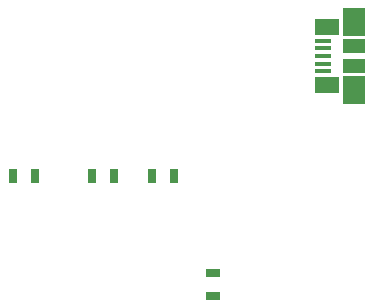
<source format=gtp>
G04 #@! TF.GenerationSoftware,KiCad,Pcbnew,(2017-04-12 revision 02abf1804)-makepkg*
G04 #@! TF.CreationDate,2017-04-26T22:03:17+03:00*
G04 #@! TF.ProjectId,vbb,7662622E6B696361645F706362000000,rev?*
G04 #@! TF.FileFunction,Paste,Top*
G04 #@! TF.FilePolarity,Positive*
%FSLAX46Y46*%
G04 Gerber Fmt 4.6, Leading zero omitted, Abs format (unit mm)*
G04 Created by KiCad (PCBNEW (2017-04-12 revision 02abf1804)-makepkg) date 04/26/17 22:03:17*
%MOMM*%
%LPD*%
G01*
G04 APERTURE LIST*
%ADD10C,0.100000*%
%ADD11R,0.700000X1.300000*%
%ADD12R,1.300000X0.700000*%
%ADD13R,1.379220X0.449580*%
%ADD14R,2.100580X1.473200*%
%ADD15R,1.897380X2.374900*%
%ADD16R,1.897380X1.173480*%
G04 APERTURE END LIST*
D10*
D11*
X26670000Y16510000D03*
X24770000Y16510000D03*
D12*
X35052000Y6416000D03*
X35052000Y8316000D03*
D11*
X20000000Y16510000D03*
X18100000Y16510000D03*
D13*
X44330620Y28000980D03*
X44330620Y27350740D03*
X44330620Y26700500D03*
X44330620Y26050260D03*
X44330620Y25400020D03*
D14*
X44691300Y24239240D03*
X44691300Y29161760D03*
D15*
X46990000Y23787120D03*
X46990000Y29613880D03*
D16*
X46990000Y27538700D03*
X46990000Y25862300D03*
D11*
X31750000Y16510000D03*
X29850000Y16510000D03*
M02*

</source>
